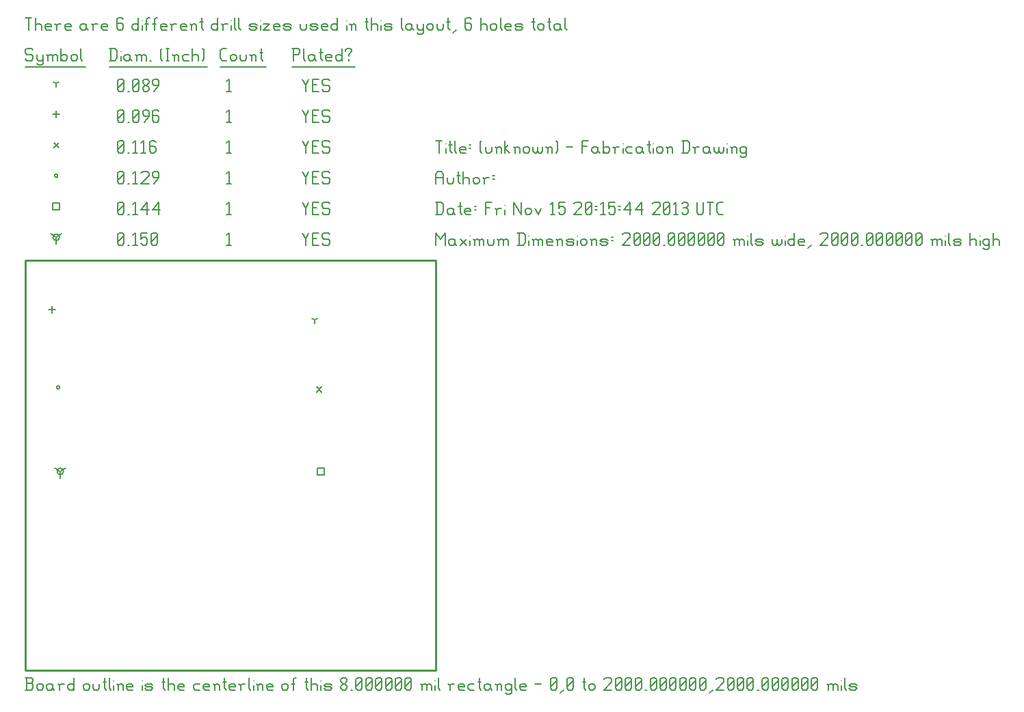
<source format=gbr>
G04 start of page 5 for group -3984 idx -3984 *
G04 Title: (unknown), fab *
G04 Creator: pcb 20110918 *
G04 CreationDate: Fri Nov 15 20:15:44 2013 UTC *
G04 For: fosse *
G04 Format: Gerber/RS-274X *
G04 PCB-Dimensions: 200000 200000 *
G04 PCB-Coordinate-Origin: lower left *
%MOIN*%
%FSLAX25Y25*%
%LNFAB*%
%ADD39C,0.0100*%
%ADD38C,0.0075*%
%ADD37C,0.0060*%
%ADD36C,0.0080*%
G54D36*X17000Y97000D02*Y93800D01*
Y97000D02*X19773Y98600D01*
X17000Y97000D02*X14227Y98600D01*
X15400Y97000D02*G75*G03X18600Y97000I1600J0D01*G01*
G75*G03X15400Y97000I-1600J0D01*G01*
X15000Y211250D02*Y208050D01*
Y211250D02*X17773Y212850D01*
X15000Y211250D02*X12227Y212850D01*
X13400Y211250D02*G75*G03X16600Y211250I1600J0D01*G01*
G75*G03X13400Y211250I-1600J0D01*G01*
G54D37*X135000Y213500D02*X136500Y210500D01*
X138000Y213500D01*
X136500Y210500D02*Y207500D01*
X139800Y210800D02*X142050D01*
X139800Y207500D02*X142800D01*
X139800Y213500D02*Y207500D01*
Y213500D02*X142800D01*
X147600D02*X148350Y212750D01*
X145350Y213500D02*X147600D01*
X144600Y212750D02*X145350Y213500D01*
X144600Y212750D02*Y211250D01*
X145350Y210500D01*
X147600D01*
X148350Y209750D01*
Y208250D01*
X147600Y207500D02*X148350Y208250D01*
X145350Y207500D02*X147600D01*
X144600Y208250D02*X145350Y207500D01*
X98000Y212300D02*X99200Y213500D01*
Y207500D01*
X98000D02*X100250D01*
X45000Y208250D02*X45750Y207500D01*
X45000Y212750D02*Y208250D01*
Y212750D02*X45750Y213500D01*
X47250D01*
X48000Y212750D01*
Y208250D01*
X47250Y207500D02*X48000Y208250D01*
X45750Y207500D02*X47250D01*
X45000Y209000D02*X48000Y212000D01*
X49800Y207500D02*X50550D01*
X52350Y212300D02*X53550Y213500D01*
Y207500D01*
X52350D02*X54600D01*
X56400Y213500D02*X59400D01*
X56400D02*Y210500D01*
X57150Y211250D01*
X58650D01*
X59400Y210500D01*
Y208250D01*
X58650Y207500D02*X59400Y208250D01*
X57150Y207500D02*X58650D01*
X56400Y208250D02*X57150Y207500D01*
X61200Y208250D02*X61950Y207500D01*
X61200Y212750D02*Y208250D01*
Y212750D02*X61950Y213500D01*
X63450D01*
X64200Y212750D01*
Y208250D01*
X63450Y207500D02*X64200Y208250D01*
X61950Y207500D02*X63450D01*
X61200Y209000D02*X64200Y212000D01*
X142400Y98600D02*X145600D01*
X142400D02*Y95400D01*
X145600D01*
Y98600D02*Y95400D01*
X13400Y227850D02*X16600D01*
X13400D02*Y224650D01*
X16600D01*
Y227850D02*Y224650D01*
X135000Y228500D02*X136500Y225500D01*
X138000Y228500D01*
X136500Y225500D02*Y222500D01*
X139800Y225800D02*X142050D01*
X139800Y222500D02*X142800D01*
X139800Y228500D02*Y222500D01*
Y228500D02*X142800D01*
X147600D02*X148350Y227750D01*
X145350Y228500D02*X147600D01*
X144600Y227750D02*X145350Y228500D01*
X144600Y227750D02*Y226250D01*
X145350Y225500D01*
X147600D01*
X148350Y224750D01*
Y223250D01*
X147600Y222500D02*X148350Y223250D01*
X145350Y222500D02*X147600D01*
X144600Y223250D02*X145350Y222500D01*
X98000Y227300D02*X99200Y228500D01*
Y222500D01*
X98000D02*X100250D01*
X45000Y223250D02*X45750Y222500D01*
X45000Y227750D02*Y223250D01*
Y227750D02*X45750Y228500D01*
X47250D01*
X48000Y227750D01*
Y223250D01*
X47250Y222500D02*X48000Y223250D01*
X45750Y222500D02*X47250D01*
X45000Y224000D02*X48000Y227000D01*
X49800Y222500D02*X50550D01*
X52350Y227300D02*X53550Y228500D01*
Y222500D01*
X52350D02*X54600D01*
X56400Y224750D02*X59400Y228500D01*
X56400Y224750D02*X60150D01*
X59400Y228500D02*Y222500D01*
X61950Y224750D02*X64950Y228500D01*
X61950Y224750D02*X65700D01*
X64950Y228500D02*Y222500D01*
X15200Y138000D02*G75*G03X16800Y138000I800J0D01*G01*
G75*G03X15200Y138000I-800J0D01*G01*
X14200Y241250D02*G75*G03X15800Y241250I800J0D01*G01*
G75*G03X14200Y241250I-800J0D01*G01*
X135000Y243500D02*X136500Y240500D01*
X138000Y243500D01*
X136500Y240500D02*Y237500D01*
X139800Y240800D02*X142050D01*
X139800Y237500D02*X142800D01*
X139800Y243500D02*Y237500D01*
Y243500D02*X142800D01*
X147600D02*X148350Y242750D01*
X145350Y243500D02*X147600D01*
X144600Y242750D02*X145350Y243500D01*
X144600Y242750D02*Y241250D01*
X145350Y240500D01*
X147600D01*
X148350Y239750D01*
Y238250D01*
X147600Y237500D02*X148350Y238250D01*
X145350Y237500D02*X147600D01*
X144600Y238250D02*X145350Y237500D01*
X98000Y242300D02*X99200Y243500D01*
Y237500D01*
X98000D02*X100250D01*
X45000Y238250D02*X45750Y237500D01*
X45000Y242750D02*Y238250D01*
Y242750D02*X45750Y243500D01*
X47250D01*
X48000Y242750D01*
Y238250D01*
X47250Y237500D02*X48000Y238250D01*
X45750Y237500D02*X47250D01*
X45000Y239000D02*X48000Y242000D01*
X49800Y237500D02*X50550D01*
X52350Y242300D02*X53550Y243500D01*
Y237500D01*
X52350D02*X54600D01*
X56400Y242750D02*X57150Y243500D01*
X59400D01*
X60150Y242750D01*
Y241250D01*
X56400Y237500D02*X60150Y241250D01*
X56400Y237500D02*X60150D01*
X62700D02*X64950Y240500D01*
Y242750D02*Y240500D01*
X64200Y243500D02*X64950Y242750D01*
X62700Y243500D02*X64200D01*
X61950Y242750D02*X62700Y243500D01*
X61950Y242750D02*Y241250D01*
X62700Y240500D01*
X64950D01*
X141800Y138200D02*X144200Y135800D01*
X141800D02*X144200Y138200D01*
X13800Y257450D02*X16200Y255050D01*
X13800D02*X16200Y257450D01*
X135000Y258500D02*X136500Y255500D01*
X138000Y258500D01*
X136500Y255500D02*Y252500D01*
X139800Y255800D02*X142050D01*
X139800Y252500D02*X142800D01*
X139800Y258500D02*Y252500D01*
Y258500D02*X142800D01*
X147600D02*X148350Y257750D01*
X145350Y258500D02*X147600D01*
X144600Y257750D02*X145350Y258500D01*
X144600Y257750D02*Y256250D01*
X145350Y255500D01*
X147600D01*
X148350Y254750D01*
Y253250D01*
X147600Y252500D02*X148350Y253250D01*
X145350Y252500D02*X147600D01*
X144600Y253250D02*X145350Y252500D01*
X98000Y257300D02*X99200Y258500D01*
Y252500D01*
X98000D02*X100250D01*
X45000Y253250D02*X45750Y252500D01*
X45000Y257750D02*Y253250D01*
Y257750D02*X45750Y258500D01*
X47250D01*
X48000Y257750D01*
Y253250D01*
X47250Y252500D02*X48000Y253250D01*
X45750Y252500D02*X47250D01*
X45000Y254000D02*X48000Y257000D01*
X49800Y252500D02*X50550D01*
X52350Y257300D02*X53550Y258500D01*
Y252500D01*
X52350D02*X54600D01*
X56400Y257300D02*X57600Y258500D01*
Y252500D01*
X56400D02*X58650D01*
X62700Y258500D02*X63450Y257750D01*
X61200Y258500D02*X62700D01*
X60450Y257750D02*X61200Y258500D01*
X60450Y257750D02*Y253250D01*
X61200Y252500D01*
X62700Y255800D02*X63450Y255050D01*
X60450Y255800D02*X62700D01*
X61200Y252500D02*X62700D01*
X63450Y253250D01*
Y255050D02*Y253250D01*
X13000Y177600D02*Y174400D01*
X11400Y176000D02*X14600D01*
X15000Y272850D02*Y269650D01*
X13400Y271250D02*X16600D01*
X135000Y273500D02*X136500Y270500D01*
X138000Y273500D01*
X136500Y270500D02*Y267500D01*
X139800Y270800D02*X142050D01*
X139800Y267500D02*X142800D01*
X139800Y273500D02*Y267500D01*
Y273500D02*X142800D01*
X147600D02*X148350Y272750D01*
X145350Y273500D02*X147600D01*
X144600Y272750D02*X145350Y273500D01*
X144600Y272750D02*Y271250D01*
X145350Y270500D01*
X147600D01*
X148350Y269750D01*
Y268250D01*
X147600Y267500D02*X148350Y268250D01*
X145350Y267500D02*X147600D01*
X144600Y268250D02*X145350Y267500D01*
X98000Y272300D02*X99200Y273500D01*
Y267500D01*
X98000D02*X100250D01*
X45000Y268250D02*X45750Y267500D01*
X45000Y272750D02*Y268250D01*
Y272750D02*X45750Y273500D01*
X47250D01*
X48000Y272750D01*
Y268250D01*
X47250Y267500D02*X48000Y268250D01*
X45750Y267500D02*X47250D01*
X45000Y269000D02*X48000Y272000D01*
X49800Y267500D02*X50550D01*
X52350Y268250D02*X53100Y267500D01*
X52350Y272750D02*Y268250D01*
Y272750D02*X53100Y273500D01*
X54600D01*
X55350Y272750D01*
Y268250D01*
X54600Y267500D02*X55350Y268250D01*
X53100Y267500D02*X54600D01*
X52350Y269000D02*X55350Y272000D01*
X57900Y267500D02*X60150Y270500D01*
Y272750D02*Y270500D01*
X59400Y273500D02*X60150Y272750D01*
X57900Y273500D02*X59400D01*
X57150Y272750D02*X57900Y273500D01*
X57150Y272750D02*Y271250D01*
X57900Y270500D01*
X60150D01*
X64200Y273500D02*X64950Y272750D01*
X62700Y273500D02*X64200D01*
X61950Y272750D02*X62700Y273500D01*
X61950Y272750D02*Y268250D01*
X62700Y267500D01*
X64200Y270800D02*X64950Y270050D01*
X61950Y270800D02*X64200D01*
X62700Y267500D02*X64200D01*
X64950Y268250D01*
Y270050D02*Y268250D01*
X141000Y171000D02*Y169400D01*
Y171000D02*X142387Y171800D01*
X141000Y171000D02*X139613Y171800D01*
X15000Y286250D02*Y284650D01*
Y286250D02*X16387Y287050D01*
X15000Y286250D02*X13613Y287050D01*
X135000Y288500D02*X136500Y285500D01*
X138000Y288500D01*
X136500Y285500D02*Y282500D01*
X139800Y285800D02*X142050D01*
X139800Y282500D02*X142800D01*
X139800Y288500D02*Y282500D01*
Y288500D02*X142800D01*
X147600D02*X148350Y287750D01*
X145350Y288500D02*X147600D01*
X144600Y287750D02*X145350Y288500D01*
X144600Y287750D02*Y286250D01*
X145350Y285500D01*
X147600D01*
X148350Y284750D01*
Y283250D01*
X147600Y282500D02*X148350Y283250D01*
X145350Y282500D02*X147600D01*
X144600Y283250D02*X145350Y282500D01*
X98000Y287300D02*X99200Y288500D01*
Y282500D01*
X98000D02*X100250D01*
X45000Y283250D02*X45750Y282500D01*
X45000Y287750D02*Y283250D01*
Y287750D02*X45750Y288500D01*
X47250D01*
X48000Y287750D01*
Y283250D01*
X47250Y282500D02*X48000Y283250D01*
X45750Y282500D02*X47250D01*
X45000Y284000D02*X48000Y287000D01*
X49800Y282500D02*X50550D01*
X52350Y283250D02*X53100Y282500D01*
X52350Y287750D02*Y283250D01*
Y287750D02*X53100Y288500D01*
X54600D01*
X55350Y287750D01*
Y283250D01*
X54600Y282500D02*X55350Y283250D01*
X53100Y282500D02*X54600D01*
X52350Y284000D02*X55350Y287000D01*
X57150Y283250D02*X57900Y282500D01*
X57150Y284450D02*Y283250D01*
Y284450D02*X58200Y285500D01*
X59100D01*
X60150Y284450D01*
Y283250D01*
X59400Y282500D02*X60150Y283250D01*
X57900Y282500D02*X59400D01*
X57150Y286550D02*X58200Y285500D01*
X57150Y287750D02*Y286550D01*
Y287750D02*X57900Y288500D01*
X59400D01*
X60150Y287750D01*
Y286550D01*
X59100Y285500D02*X60150Y286550D01*
X62700Y282500D02*X64950Y285500D01*
Y287750D02*Y285500D01*
X64200Y288500D02*X64950Y287750D01*
X62700Y288500D02*X64200D01*
X61950Y287750D02*X62700Y288500D01*
X61950Y287750D02*Y286250D01*
X62700Y285500D01*
X64950D01*
X3000Y303500D02*X3750Y302750D01*
X750Y303500D02*X3000D01*
X0Y302750D02*X750Y303500D01*
X0Y302750D02*Y301250D01*
X750Y300500D01*
X3000D01*
X3750Y299750D01*
Y298250D01*
X3000Y297500D02*X3750Y298250D01*
X750Y297500D02*X3000D01*
X0Y298250D02*X750Y297500D01*
X5550Y300500D02*Y298250D01*
X6300Y297500D01*
X8550Y300500D02*Y296000D01*
X7800Y295250D02*X8550Y296000D01*
X6300Y295250D02*X7800D01*
X5550Y296000D02*X6300Y295250D01*
Y297500D02*X7800D01*
X8550Y298250D01*
X11100Y299750D02*Y297500D01*
Y299750D02*X11850Y300500D01*
X12600D01*
X13350Y299750D01*
Y297500D01*
Y299750D02*X14100Y300500D01*
X14850D01*
X15600Y299750D01*
Y297500D01*
X10350Y300500D02*X11100Y299750D01*
X17400Y303500D02*Y297500D01*
Y298250D02*X18150Y297500D01*
X19650D01*
X20400Y298250D01*
Y299750D02*Y298250D01*
X19650Y300500D02*X20400Y299750D01*
X18150Y300500D02*X19650D01*
X17400Y299750D02*X18150Y300500D01*
X22200Y299750D02*Y298250D01*
Y299750D02*X22950Y300500D01*
X24450D01*
X25200Y299750D01*
Y298250D01*
X24450Y297500D02*X25200Y298250D01*
X22950Y297500D02*X24450D01*
X22200Y298250D02*X22950Y297500D01*
X27000Y303500D02*Y298250D01*
X27750Y297500D01*
X0Y294250D02*X29250D01*
X41750Y303500D02*Y297500D01*
X43700Y303500D02*X44750Y302450D01*
Y298550D01*
X43700Y297500D02*X44750Y298550D01*
X41000Y297500D02*X43700D01*
X41000Y303500D02*X43700D01*
G54D38*X46550Y302000D02*Y301850D01*
G54D37*Y299750D02*Y297500D01*
X50300Y300500D02*X51050Y299750D01*
X48800Y300500D02*X50300D01*
X48050Y299750D02*X48800Y300500D01*
X48050Y299750D02*Y298250D01*
X48800Y297500D01*
X51050Y300500D02*Y298250D01*
X51800Y297500D01*
X48800D02*X50300D01*
X51050Y298250D01*
X54350Y299750D02*Y297500D01*
Y299750D02*X55100Y300500D01*
X55850D01*
X56600Y299750D01*
Y297500D01*
Y299750D02*X57350Y300500D01*
X58100D01*
X58850Y299750D01*
Y297500D01*
X53600Y300500D02*X54350Y299750D01*
X60650Y297500D02*X61400D01*
X65900Y298250D02*X66650Y297500D01*
X65900Y302750D02*X66650Y303500D01*
X65900Y302750D02*Y298250D01*
X68450Y303500D02*X69950D01*
X69200D02*Y297500D01*
X68450D02*X69950D01*
X72500Y299750D02*Y297500D01*
Y299750D02*X73250Y300500D01*
X74000D01*
X74750Y299750D01*
Y297500D01*
X71750Y300500D02*X72500Y299750D01*
X77300Y300500D02*X79550D01*
X76550Y299750D02*X77300Y300500D01*
X76550Y299750D02*Y298250D01*
X77300Y297500D01*
X79550D01*
X81350Y303500D02*Y297500D01*
Y299750D02*X82100Y300500D01*
X83600D01*
X84350Y299750D01*
Y297500D01*
X86150Y303500D02*X86900Y302750D01*
Y298250D01*
X86150Y297500D02*X86900Y298250D01*
X41000Y294250D02*X88700D01*
X96050Y297500D02*X98000D01*
X95000Y298550D02*X96050Y297500D01*
X95000Y302450D02*Y298550D01*
Y302450D02*X96050Y303500D01*
X98000D01*
X99800Y299750D02*Y298250D01*
Y299750D02*X100550Y300500D01*
X102050D01*
X102800Y299750D01*
Y298250D01*
X102050Y297500D02*X102800Y298250D01*
X100550Y297500D02*X102050D01*
X99800Y298250D02*X100550Y297500D01*
X104600Y300500D02*Y298250D01*
X105350Y297500D01*
X106850D01*
X107600Y298250D01*
Y300500D02*Y298250D01*
X110150Y299750D02*Y297500D01*
Y299750D02*X110900Y300500D01*
X111650D01*
X112400Y299750D01*
Y297500D01*
X109400Y300500D02*X110150Y299750D01*
X114950Y303500D02*Y298250D01*
X115700Y297500D01*
X114200Y301250D02*X115700D01*
X95000Y294250D02*X117200D01*
X130750Y303500D02*Y297500D01*
X130000Y303500D02*X133000D01*
X133750Y302750D01*
Y301250D01*
X133000Y300500D02*X133750Y301250D01*
X130750Y300500D02*X133000D01*
X135550Y303500D02*Y298250D01*
X136300Y297500D01*
X140050Y300500D02*X140800Y299750D01*
X138550Y300500D02*X140050D01*
X137800Y299750D02*X138550Y300500D01*
X137800Y299750D02*Y298250D01*
X138550Y297500D01*
X140800Y300500D02*Y298250D01*
X141550Y297500D01*
X138550D02*X140050D01*
X140800Y298250D01*
X144100Y303500D02*Y298250D01*
X144850Y297500D01*
X143350Y301250D02*X144850D01*
X147100Y297500D02*X149350D01*
X146350Y298250D02*X147100Y297500D01*
X146350Y299750D02*Y298250D01*
Y299750D02*X147100Y300500D01*
X148600D01*
X149350Y299750D01*
X146350Y299000D02*X149350D01*
Y299750D02*Y299000D01*
X154150Y303500D02*Y297500D01*
X153400D02*X154150Y298250D01*
X151900Y297500D02*X153400D01*
X151150Y298250D02*X151900Y297500D01*
X151150Y299750D02*Y298250D01*
Y299750D02*X151900Y300500D01*
X153400D01*
X154150Y299750D01*
X157450Y300500D02*Y299750D01*
Y298250D02*Y297500D01*
X155950Y302750D02*Y302000D01*
Y302750D02*X156700Y303500D01*
X158200D01*
X158950Y302750D01*
Y302000D01*
X157450Y300500D02*X158950Y302000D01*
X130000Y294250D02*X160750D01*
X0Y318500D02*X3000D01*
X1500D02*Y312500D01*
X4800Y318500D02*Y312500D01*
Y314750D02*X5550Y315500D01*
X7050D01*
X7800Y314750D01*
Y312500D01*
X10350D02*X12600D01*
X9600Y313250D02*X10350Y312500D01*
X9600Y314750D02*Y313250D01*
Y314750D02*X10350Y315500D01*
X11850D01*
X12600Y314750D01*
X9600Y314000D02*X12600D01*
Y314750D02*Y314000D01*
X15150Y314750D02*Y312500D01*
Y314750D02*X15900Y315500D01*
X17400D01*
X14400D02*X15150Y314750D01*
X19950Y312500D02*X22200D01*
X19200Y313250D02*X19950Y312500D01*
X19200Y314750D02*Y313250D01*
Y314750D02*X19950Y315500D01*
X21450D01*
X22200Y314750D01*
X19200Y314000D02*X22200D01*
Y314750D02*Y314000D01*
X28950Y315500D02*X29700Y314750D01*
X27450Y315500D02*X28950D01*
X26700Y314750D02*X27450Y315500D01*
X26700Y314750D02*Y313250D01*
X27450Y312500D01*
X29700Y315500D02*Y313250D01*
X30450Y312500D01*
X27450D02*X28950D01*
X29700Y313250D01*
X33000Y314750D02*Y312500D01*
Y314750D02*X33750Y315500D01*
X35250D01*
X32250D02*X33000Y314750D01*
X37800Y312500D02*X40050D01*
X37050Y313250D02*X37800Y312500D01*
X37050Y314750D02*Y313250D01*
Y314750D02*X37800Y315500D01*
X39300D01*
X40050Y314750D01*
X37050Y314000D02*X40050D01*
Y314750D02*Y314000D01*
X46800Y318500D02*X47550Y317750D01*
X45300Y318500D02*X46800D01*
X44550Y317750D02*X45300Y318500D01*
X44550Y317750D02*Y313250D01*
X45300Y312500D01*
X46800Y315800D02*X47550Y315050D01*
X44550Y315800D02*X46800D01*
X45300Y312500D02*X46800D01*
X47550Y313250D01*
Y315050D02*Y313250D01*
X55050Y318500D02*Y312500D01*
X54300D02*X55050Y313250D01*
X52800Y312500D02*X54300D01*
X52050Y313250D02*X52800Y312500D01*
X52050Y314750D02*Y313250D01*
Y314750D02*X52800Y315500D01*
X54300D01*
X55050Y314750D01*
G54D38*X56850Y317000D02*Y316850D01*
G54D37*Y314750D02*Y312500D01*
X59100Y317750D02*Y312500D01*
Y317750D02*X59850Y318500D01*
X60600D01*
X58350Y315500D02*X59850D01*
X62850Y317750D02*Y312500D01*
Y317750D02*X63600Y318500D01*
X64350D01*
X62100Y315500D02*X63600D01*
X66600Y312500D02*X68850D01*
X65850Y313250D02*X66600Y312500D01*
X65850Y314750D02*Y313250D01*
Y314750D02*X66600Y315500D01*
X68100D01*
X68850Y314750D01*
X65850Y314000D02*X68850D01*
Y314750D02*Y314000D01*
X71400Y314750D02*Y312500D01*
Y314750D02*X72150Y315500D01*
X73650D01*
X70650D02*X71400Y314750D01*
X76200Y312500D02*X78450D01*
X75450Y313250D02*X76200Y312500D01*
X75450Y314750D02*Y313250D01*
Y314750D02*X76200Y315500D01*
X77700D01*
X78450Y314750D01*
X75450Y314000D02*X78450D01*
Y314750D02*Y314000D01*
X81000Y314750D02*Y312500D01*
Y314750D02*X81750Y315500D01*
X82500D01*
X83250Y314750D01*
Y312500D01*
X80250Y315500D02*X81000Y314750D01*
X85800Y318500D02*Y313250D01*
X86550Y312500D01*
X85050Y316250D02*X86550D01*
X93750Y318500D02*Y312500D01*
X93000D02*X93750Y313250D01*
X91500Y312500D02*X93000D01*
X90750Y313250D02*X91500Y312500D01*
X90750Y314750D02*Y313250D01*
Y314750D02*X91500Y315500D01*
X93000D01*
X93750Y314750D01*
X96300D02*Y312500D01*
Y314750D02*X97050Y315500D01*
X98550D01*
X95550D02*X96300Y314750D01*
G54D38*X100350Y317000D02*Y316850D01*
G54D37*Y314750D02*Y312500D01*
X101850Y318500D02*Y313250D01*
X102600Y312500D01*
X104100Y318500D02*Y313250D01*
X104850Y312500D01*
X109800D02*X112050D01*
X112800Y313250D01*
X112050Y314000D02*X112800Y313250D01*
X109800Y314000D02*X112050D01*
X109050Y314750D02*X109800Y314000D01*
X109050Y314750D02*X109800Y315500D01*
X112050D01*
X112800Y314750D01*
X109050Y313250D02*X109800Y312500D01*
G54D38*X114600Y317000D02*Y316850D01*
G54D37*Y314750D02*Y312500D01*
X116100Y315500D02*X119100D01*
X116100Y312500D02*X119100Y315500D01*
X116100Y312500D02*X119100D01*
X121650D02*X123900D01*
X120900Y313250D02*X121650Y312500D01*
X120900Y314750D02*Y313250D01*
Y314750D02*X121650Y315500D01*
X123150D01*
X123900Y314750D01*
X120900Y314000D02*X123900D01*
Y314750D02*Y314000D01*
X126450Y312500D02*X128700D01*
X129450Y313250D01*
X128700Y314000D02*X129450Y313250D01*
X126450Y314000D02*X128700D01*
X125700Y314750D02*X126450Y314000D01*
X125700Y314750D02*X126450Y315500D01*
X128700D01*
X129450Y314750D01*
X125700Y313250D02*X126450Y312500D01*
X133950Y315500D02*Y313250D01*
X134700Y312500D01*
X136200D01*
X136950Y313250D01*
Y315500D02*Y313250D01*
X139500Y312500D02*X141750D01*
X142500Y313250D01*
X141750Y314000D02*X142500Y313250D01*
X139500Y314000D02*X141750D01*
X138750Y314750D02*X139500Y314000D01*
X138750Y314750D02*X139500Y315500D01*
X141750D01*
X142500Y314750D01*
X138750Y313250D02*X139500Y312500D01*
X145050D02*X147300D01*
X144300Y313250D02*X145050Y312500D01*
X144300Y314750D02*Y313250D01*
Y314750D02*X145050Y315500D01*
X146550D01*
X147300Y314750D01*
X144300Y314000D02*X147300D01*
Y314750D02*Y314000D01*
X152100Y318500D02*Y312500D01*
X151350D02*X152100Y313250D01*
X149850Y312500D02*X151350D01*
X149100Y313250D02*X149850Y312500D01*
X149100Y314750D02*Y313250D01*
Y314750D02*X149850Y315500D01*
X151350D01*
X152100Y314750D01*
G54D38*X156600Y317000D02*Y316850D01*
G54D37*Y314750D02*Y312500D01*
X158850Y314750D02*Y312500D01*
Y314750D02*X159600Y315500D01*
X160350D01*
X161100Y314750D01*
Y312500D01*
X158100Y315500D02*X158850Y314750D01*
X166350Y318500D02*Y313250D01*
X167100Y312500D01*
X165600Y316250D02*X167100D01*
X168600Y318500D02*Y312500D01*
Y314750D02*X169350Y315500D01*
X170850D01*
X171600Y314750D01*
Y312500D01*
G54D38*X173400Y317000D02*Y316850D01*
G54D37*Y314750D02*Y312500D01*
X175650D02*X177900D01*
X178650Y313250D01*
X177900Y314000D02*X178650Y313250D01*
X175650Y314000D02*X177900D01*
X174900Y314750D02*X175650Y314000D01*
X174900Y314750D02*X175650Y315500D01*
X177900D01*
X178650Y314750D01*
X174900Y313250D02*X175650Y312500D01*
X183150Y318500D02*Y313250D01*
X183900Y312500D01*
X187650Y315500D02*X188400Y314750D01*
X186150Y315500D02*X187650D01*
X185400Y314750D02*X186150Y315500D01*
X185400Y314750D02*Y313250D01*
X186150Y312500D01*
X188400Y315500D02*Y313250D01*
X189150Y312500D01*
X186150D02*X187650D01*
X188400Y313250D01*
X190950Y315500D02*Y313250D01*
X191700Y312500D01*
X193950Y315500D02*Y311000D01*
X193200Y310250D02*X193950Y311000D01*
X191700Y310250D02*X193200D01*
X190950Y311000D02*X191700Y310250D01*
Y312500D02*X193200D01*
X193950Y313250D01*
X195750Y314750D02*Y313250D01*
Y314750D02*X196500Y315500D01*
X198000D01*
X198750Y314750D01*
Y313250D01*
X198000Y312500D02*X198750Y313250D01*
X196500Y312500D02*X198000D01*
X195750Y313250D02*X196500Y312500D01*
X200550Y315500D02*Y313250D01*
X201300Y312500D01*
X202800D01*
X203550Y313250D01*
Y315500D02*Y313250D01*
X206100Y318500D02*Y313250D01*
X206850Y312500D01*
X205350Y316250D02*X206850D01*
X208350Y311000D02*X209850Y312500D01*
X216600Y318500D02*X217350Y317750D01*
X215100Y318500D02*X216600D01*
X214350Y317750D02*X215100Y318500D01*
X214350Y317750D02*Y313250D01*
X215100Y312500D01*
X216600Y315800D02*X217350Y315050D01*
X214350Y315800D02*X216600D01*
X215100Y312500D02*X216600D01*
X217350Y313250D01*
Y315050D02*Y313250D01*
X221850Y318500D02*Y312500D01*
Y314750D02*X222600Y315500D01*
X224100D01*
X224850Y314750D01*
Y312500D01*
X226650Y314750D02*Y313250D01*
Y314750D02*X227400Y315500D01*
X228900D01*
X229650Y314750D01*
Y313250D01*
X228900Y312500D02*X229650Y313250D01*
X227400Y312500D02*X228900D01*
X226650Y313250D02*X227400Y312500D01*
X231450Y318500D02*Y313250D01*
X232200Y312500D01*
X234450D02*X236700D01*
X233700Y313250D02*X234450Y312500D01*
X233700Y314750D02*Y313250D01*
Y314750D02*X234450Y315500D01*
X235950D01*
X236700Y314750D01*
X233700Y314000D02*X236700D01*
Y314750D02*Y314000D01*
X239250Y312500D02*X241500D01*
X242250Y313250D01*
X241500Y314000D02*X242250Y313250D01*
X239250Y314000D02*X241500D01*
X238500Y314750D02*X239250Y314000D01*
X238500Y314750D02*X239250Y315500D01*
X241500D01*
X242250Y314750D01*
X238500Y313250D02*X239250Y312500D01*
X247500Y318500D02*Y313250D01*
X248250Y312500D01*
X246750Y316250D02*X248250D01*
X249750Y314750D02*Y313250D01*
Y314750D02*X250500Y315500D01*
X252000D01*
X252750Y314750D01*
Y313250D01*
X252000Y312500D02*X252750Y313250D01*
X250500Y312500D02*X252000D01*
X249750Y313250D02*X250500Y312500D01*
X255300Y318500D02*Y313250D01*
X256050Y312500D01*
X254550Y316250D02*X256050D01*
X259800Y315500D02*X260550Y314750D01*
X258300Y315500D02*X259800D01*
X257550Y314750D02*X258300Y315500D01*
X257550Y314750D02*Y313250D01*
X258300Y312500D01*
X260550Y315500D02*Y313250D01*
X261300Y312500D01*
X258300D02*X259800D01*
X260550Y313250D01*
X263100Y318500D02*Y313250D01*
X263850Y312500D01*
G54D39*X0Y200000D02*X200000D01*
X0D02*Y0D01*
X200000Y200000D02*Y0D01*
X0D02*X200000D01*
G54D37*Y213500D02*Y207500D01*
Y213500D02*X202250Y210500D01*
X204500Y213500D01*
Y207500D01*
X208550Y210500D02*X209300Y209750D01*
X207050Y210500D02*X208550D01*
X206300Y209750D02*X207050Y210500D01*
X206300Y209750D02*Y208250D01*
X207050Y207500D01*
X209300Y210500D02*Y208250D01*
X210050Y207500D01*
X207050D02*X208550D01*
X209300Y208250D01*
X211850Y210500D02*X214850Y207500D01*
X211850D02*X214850Y210500D01*
G54D38*X216650Y212000D02*Y211850D01*
G54D37*Y209750D02*Y207500D01*
X218900Y209750D02*Y207500D01*
Y209750D02*X219650Y210500D01*
X220400D01*
X221150Y209750D01*
Y207500D01*
Y209750D02*X221900Y210500D01*
X222650D01*
X223400Y209750D01*
Y207500D01*
X218150Y210500D02*X218900Y209750D01*
X225200Y210500D02*Y208250D01*
X225950Y207500D01*
X227450D01*
X228200Y208250D01*
Y210500D02*Y208250D01*
X230750Y209750D02*Y207500D01*
Y209750D02*X231500Y210500D01*
X232250D01*
X233000Y209750D01*
Y207500D01*
Y209750D02*X233750Y210500D01*
X234500D01*
X235250Y209750D01*
Y207500D01*
X230000Y210500D02*X230750Y209750D01*
X240500Y213500D02*Y207500D01*
X242450Y213500D02*X243500Y212450D01*
Y208550D01*
X242450Y207500D02*X243500Y208550D01*
X239750Y207500D02*X242450D01*
X239750Y213500D02*X242450D01*
G54D38*X245300Y212000D02*Y211850D01*
G54D37*Y209750D02*Y207500D01*
X247550Y209750D02*Y207500D01*
Y209750D02*X248300Y210500D01*
X249050D01*
X249800Y209750D01*
Y207500D01*
Y209750D02*X250550Y210500D01*
X251300D01*
X252050Y209750D01*
Y207500D01*
X246800Y210500D02*X247550Y209750D01*
X254600Y207500D02*X256850D01*
X253850Y208250D02*X254600Y207500D01*
X253850Y209750D02*Y208250D01*
Y209750D02*X254600Y210500D01*
X256100D01*
X256850Y209750D01*
X253850Y209000D02*X256850D01*
Y209750D02*Y209000D01*
X259400Y209750D02*Y207500D01*
Y209750D02*X260150Y210500D01*
X260900D01*
X261650Y209750D01*
Y207500D01*
X258650Y210500D02*X259400Y209750D01*
X264200Y207500D02*X266450D01*
X267200Y208250D01*
X266450Y209000D02*X267200Y208250D01*
X264200Y209000D02*X266450D01*
X263450Y209750D02*X264200Y209000D01*
X263450Y209750D02*X264200Y210500D01*
X266450D01*
X267200Y209750D01*
X263450Y208250D02*X264200Y207500D01*
G54D38*X269000Y212000D02*Y211850D01*
G54D37*Y209750D02*Y207500D01*
X270500Y209750D02*Y208250D01*
Y209750D02*X271250Y210500D01*
X272750D01*
X273500Y209750D01*
Y208250D01*
X272750Y207500D02*X273500Y208250D01*
X271250Y207500D02*X272750D01*
X270500Y208250D02*X271250Y207500D01*
X276050Y209750D02*Y207500D01*
Y209750D02*X276800Y210500D01*
X277550D01*
X278300Y209750D01*
Y207500D01*
X275300Y210500D02*X276050Y209750D01*
X280850Y207500D02*X283100D01*
X283850Y208250D01*
X283100Y209000D02*X283850Y208250D01*
X280850Y209000D02*X283100D01*
X280100Y209750D02*X280850Y209000D01*
X280100Y209750D02*X280850Y210500D01*
X283100D01*
X283850Y209750D01*
X280100Y208250D02*X280850Y207500D01*
X285650Y211250D02*X286400D01*
X285650Y209750D02*X286400D01*
X290900Y212750D02*X291650Y213500D01*
X293900D01*
X294650Y212750D01*
Y211250D01*
X290900Y207500D02*X294650Y211250D01*
X290900Y207500D02*X294650D01*
X296450Y208250D02*X297200Y207500D01*
X296450Y212750D02*Y208250D01*
Y212750D02*X297200Y213500D01*
X298700D01*
X299450Y212750D01*
Y208250D01*
X298700Y207500D02*X299450Y208250D01*
X297200Y207500D02*X298700D01*
X296450Y209000D02*X299450Y212000D01*
X301250Y208250D02*X302000Y207500D01*
X301250Y212750D02*Y208250D01*
Y212750D02*X302000Y213500D01*
X303500D01*
X304250Y212750D01*
Y208250D01*
X303500Y207500D02*X304250Y208250D01*
X302000Y207500D02*X303500D01*
X301250Y209000D02*X304250Y212000D01*
X306050Y208250D02*X306800Y207500D01*
X306050Y212750D02*Y208250D01*
Y212750D02*X306800Y213500D01*
X308300D01*
X309050Y212750D01*
Y208250D01*
X308300Y207500D02*X309050Y208250D01*
X306800Y207500D02*X308300D01*
X306050Y209000D02*X309050Y212000D01*
X310850Y207500D02*X311600D01*
X313400Y208250D02*X314150Y207500D01*
X313400Y212750D02*Y208250D01*
Y212750D02*X314150Y213500D01*
X315650D01*
X316400Y212750D01*
Y208250D01*
X315650Y207500D02*X316400Y208250D01*
X314150Y207500D02*X315650D01*
X313400Y209000D02*X316400Y212000D01*
X318200Y208250D02*X318950Y207500D01*
X318200Y212750D02*Y208250D01*
Y212750D02*X318950Y213500D01*
X320450D01*
X321200Y212750D01*
Y208250D01*
X320450Y207500D02*X321200Y208250D01*
X318950Y207500D02*X320450D01*
X318200Y209000D02*X321200Y212000D01*
X323000Y208250D02*X323750Y207500D01*
X323000Y212750D02*Y208250D01*
Y212750D02*X323750Y213500D01*
X325250D01*
X326000Y212750D01*
Y208250D01*
X325250Y207500D02*X326000Y208250D01*
X323750Y207500D02*X325250D01*
X323000Y209000D02*X326000Y212000D01*
X327800Y208250D02*X328550Y207500D01*
X327800Y212750D02*Y208250D01*
Y212750D02*X328550Y213500D01*
X330050D01*
X330800Y212750D01*
Y208250D01*
X330050Y207500D02*X330800Y208250D01*
X328550Y207500D02*X330050D01*
X327800Y209000D02*X330800Y212000D01*
X332600Y208250D02*X333350Y207500D01*
X332600Y212750D02*Y208250D01*
Y212750D02*X333350Y213500D01*
X334850D01*
X335600Y212750D01*
Y208250D01*
X334850Y207500D02*X335600Y208250D01*
X333350Y207500D02*X334850D01*
X332600Y209000D02*X335600Y212000D01*
X337400Y208250D02*X338150Y207500D01*
X337400Y212750D02*Y208250D01*
Y212750D02*X338150Y213500D01*
X339650D01*
X340400Y212750D01*
Y208250D01*
X339650Y207500D02*X340400Y208250D01*
X338150Y207500D02*X339650D01*
X337400Y209000D02*X340400Y212000D01*
X345650Y209750D02*Y207500D01*
Y209750D02*X346400Y210500D01*
X347150D01*
X347900Y209750D01*
Y207500D01*
Y209750D02*X348650Y210500D01*
X349400D01*
X350150Y209750D01*
Y207500D01*
X344900Y210500D02*X345650Y209750D01*
G54D38*X351950Y212000D02*Y211850D01*
G54D37*Y209750D02*Y207500D01*
X353450Y213500D02*Y208250D01*
X354200Y207500D01*
X356450D02*X358700D01*
X359450Y208250D01*
X358700Y209000D02*X359450Y208250D01*
X356450Y209000D02*X358700D01*
X355700Y209750D02*X356450Y209000D01*
X355700Y209750D02*X356450Y210500D01*
X358700D01*
X359450Y209750D01*
X355700Y208250D02*X356450Y207500D01*
X363950Y210500D02*Y208250D01*
X364700Y207500D01*
X365450D01*
X366200Y208250D01*
Y210500D02*Y208250D01*
X366950Y207500D01*
X367700D01*
X368450Y208250D01*
Y210500D02*Y208250D01*
G54D38*X370250Y212000D02*Y211850D01*
G54D37*Y209750D02*Y207500D01*
X374750Y213500D02*Y207500D01*
X374000D02*X374750Y208250D01*
X372500Y207500D02*X374000D01*
X371750Y208250D02*X372500Y207500D01*
X371750Y209750D02*Y208250D01*
Y209750D02*X372500Y210500D01*
X374000D01*
X374750Y209750D01*
X377300Y207500D02*X379550D01*
X376550Y208250D02*X377300Y207500D01*
X376550Y209750D02*Y208250D01*
Y209750D02*X377300Y210500D01*
X378800D01*
X379550Y209750D01*
X376550Y209000D02*X379550D01*
Y209750D02*Y209000D01*
X381350Y206000D02*X382850Y207500D01*
X387350Y212750D02*X388100Y213500D01*
X390350D01*
X391100Y212750D01*
Y211250D01*
X387350Y207500D02*X391100Y211250D01*
X387350Y207500D02*X391100D01*
X392900Y208250D02*X393650Y207500D01*
X392900Y212750D02*Y208250D01*
Y212750D02*X393650Y213500D01*
X395150D01*
X395900Y212750D01*
Y208250D01*
X395150Y207500D02*X395900Y208250D01*
X393650Y207500D02*X395150D01*
X392900Y209000D02*X395900Y212000D01*
X397700Y208250D02*X398450Y207500D01*
X397700Y212750D02*Y208250D01*
Y212750D02*X398450Y213500D01*
X399950D01*
X400700Y212750D01*
Y208250D01*
X399950Y207500D02*X400700Y208250D01*
X398450Y207500D02*X399950D01*
X397700Y209000D02*X400700Y212000D01*
X402500Y208250D02*X403250Y207500D01*
X402500Y212750D02*Y208250D01*
Y212750D02*X403250Y213500D01*
X404750D01*
X405500Y212750D01*
Y208250D01*
X404750Y207500D02*X405500Y208250D01*
X403250Y207500D02*X404750D01*
X402500Y209000D02*X405500Y212000D01*
X407300Y207500D02*X408050D01*
X409850Y208250D02*X410600Y207500D01*
X409850Y212750D02*Y208250D01*
Y212750D02*X410600Y213500D01*
X412100D01*
X412850Y212750D01*
Y208250D01*
X412100Y207500D02*X412850Y208250D01*
X410600Y207500D02*X412100D01*
X409850Y209000D02*X412850Y212000D01*
X414650Y208250D02*X415400Y207500D01*
X414650Y212750D02*Y208250D01*
Y212750D02*X415400Y213500D01*
X416900D01*
X417650Y212750D01*
Y208250D01*
X416900Y207500D02*X417650Y208250D01*
X415400Y207500D02*X416900D01*
X414650Y209000D02*X417650Y212000D01*
X419450Y208250D02*X420200Y207500D01*
X419450Y212750D02*Y208250D01*
Y212750D02*X420200Y213500D01*
X421700D01*
X422450Y212750D01*
Y208250D01*
X421700Y207500D02*X422450Y208250D01*
X420200Y207500D02*X421700D01*
X419450Y209000D02*X422450Y212000D01*
X424250Y208250D02*X425000Y207500D01*
X424250Y212750D02*Y208250D01*
Y212750D02*X425000Y213500D01*
X426500D01*
X427250Y212750D01*
Y208250D01*
X426500Y207500D02*X427250Y208250D01*
X425000Y207500D02*X426500D01*
X424250Y209000D02*X427250Y212000D01*
X429050Y208250D02*X429800Y207500D01*
X429050Y212750D02*Y208250D01*
Y212750D02*X429800Y213500D01*
X431300D01*
X432050Y212750D01*
Y208250D01*
X431300Y207500D02*X432050Y208250D01*
X429800Y207500D02*X431300D01*
X429050Y209000D02*X432050Y212000D01*
X433850Y208250D02*X434600Y207500D01*
X433850Y212750D02*Y208250D01*
Y212750D02*X434600Y213500D01*
X436100D01*
X436850Y212750D01*
Y208250D01*
X436100Y207500D02*X436850Y208250D01*
X434600Y207500D02*X436100D01*
X433850Y209000D02*X436850Y212000D01*
X442100Y209750D02*Y207500D01*
Y209750D02*X442850Y210500D01*
X443600D01*
X444350Y209750D01*
Y207500D01*
Y209750D02*X445100Y210500D01*
X445850D01*
X446600Y209750D01*
Y207500D01*
X441350Y210500D02*X442100Y209750D01*
G54D38*X448400Y212000D02*Y211850D01*
G54D37*Y209750D02*Y207500D01*
X449900Y213500D02*Y208250D01*
X450650Y207500D01*
X452900D02*X455150D01*
X455900Y208250D01*
X455150Y209000D02*X455900Y208250D01*
X452900Y209000D02*X455150D01*
X452150Y209750D02*X452900Y209000D01*
X452150Y209750D02*X452900Y210500D01*
X455150D01*
X455900Y209750D01*
X452150Y208250D02*X452900Y207500D01*
X460400Y213500D02*Y207500D01*
Y209750D02*X461150Y210500D01*
X462650D01*
X463400Y209750D01*
Y207500D01*
G54D38*X465200Y212000D02*Y211850D01*
G54D37*Y209750D02*Y207500D01*
X468950Y210500D02*X469700Y209750D01*
X467450Y210500D02*X468950D01*
X466700Y209750D02*X467450Y210500D01*
X466700Y209750D02*Y208250D01*
X467450Y207500D01*
X468950D01*
X469700Y208250D01*
X466700Y206000D02*X467450Y205250D01*
X468950D01*
X469700Y206000D01*
Y210500D02*Y206000D01*
X471500Y213500D02*Y207500D01*
Y209750D02*X472250Y210500D01*
X473750D01*
X474500Y209750D01*
Y207500D01*
X0Y-9500D02*X3000D01*
X3750Y-8750D01*
Y-6950D02*Y-8750D01*
X3000Y-6200D02*X3750Y-6950D01*
X750Y-6200D02*X3000D01*
X750Y-3500D02*Y-9500D01*
X0Y-3500D02*X3000D01*
X3750Y-4250D01*
Y-5450D01*
X3000Y-6200D02*X3750Y-5450D01*
X5550Y-7250D02*Y-8750D01*
Y-7250D02*X6300Y-6500D01*
X7800D01*
X8550Y-7250D01*
Y-8750D01*
X7800Y-9500D02*X8550Y-8750D01*
X6300Y-9500D02*X7800D01*
X5550Y-8750D02*X6300Y-9500D01*
X12600Y-6500D02*X13350Y-7250D01*
X11100Y-6500D02*X12600D01*
X10350Y-7250D02*X11100Y-6500D01*
X10350Y-7250D02*Y-8750D01*
X11100Y-9500D01*
X13350Y-6500D02*Y-8750D01*
X14100Y-9500D01*
X11100D02*X12600D01*
X13350Y-8750D01*
X16650Y-7250D02*Y-9500D01*
Y-7250D02*X17400Y-6500D01*
X18900D01*
X15900D02*X16650Y-7250D01*
X23700Y-3500D02*Y-9500D01*
X22950D02*X23700Y-8750D01*
X21450Y-9500D02*X22950D01*
X20700Y-8750D02*X21450Y-9500D01*
X20700Y-7250D02*Y-8750D01*
Y-7250D02*X21450Y-6500D01*
X22950D01*
X23700Y-7250D01*
X28200D02*Y-8750D01*
Y-7250D02*X28950Y-6500D01*
X30450D01*
X31200Y-7250D01*
Y-8750D01*
X30450Y-9500D02*X31200Y-8750D01*
X28950Y-9500D02*X30450D01*
X28200Y-8750D02*X28950Y-9500D01*
X33000Y-6500D02*Y-8750D01*
X33750Y-9500D01*
X35250D01*
X36000Y-8750D01*
Y-6500D02*Y-8750D01*
X38550Y-3500D02*Y-8750D01*
X39300Y-9500D01*
X37800Y-5750D02*X39300D01*
X40800Y-3500D02*Y-8750D01*
X41550Y-9500D01*
G54D38*X43050Y-5000D02*Y-5150D01*
G54D37*Y-7250D02*Y-9500D01*
X45300Y-7250D02*Y-9500D01*
Y-7250D02*X46050Y-6500D01*
X46800D01*
X47550Y-7250D01*
Y-9500D01*
X44550Y-6500D02*X45300Y-7250D01*
X50100Y-9500D02*X52350D01*
X49350Y-8750D02*X50100Y-9500D01*
X49350Y-7250D02*Y-8750D01*
Y-7250D02*X50100Y-6500D01*
X51600D01*
X52350Y-7250D01*
X49350Y-8000D02*X52350D01*
Y-7250D02*Y-8000D01*
G54D38*X56850Y-5000D02*Y-5150D01*
G54D37*Y-7250D02*Y-9500D01*
X59100D02*X61350D01*
X62100Y-8750D01*
X61350Y-8000D02*X62100Y-8750D01*
X59100Y-8000D02*X61350D01*
X58350Y-7250D02*X59100Y-8000D01*
X58350Y-7250D02*X59100Y-6500D01*
X61350D01*
X62100Y-7250D01*
X58350Y-8750D02*X59100Y-9500D01*
X67350Y-3500D02*Y-8750D01*
X68100Y-9500D01*
X66600Y-5750D02*X68100D01*
X69600Y-3500D02*Y-9500D01*
Y-7250D02*X70350Y-6500D01*
X71850D01*
X72600Y-7250D01*
Y-9500D01*
X75150D02*X77400D01*
X74400Y-8750D02*X75150Y-9500D01*
X74400Y-7250D02*Y-8750D01*
Y-7250D02*X75150Y-6500D01*
X76650D01*
X77400Y-7250D01*
X74400Y-8000D02*X77400D01*
Y-7250D02*Y-8000D01*
X82650Y-6500D02*X84900D01*
X81900Y-7250D02*X82650Y-6500D01*
X81900Y-7250D02*Y-8750D01*
X82650Y-9500D01*
X84900D01*
X87450D02*X89700D01*
X86700Y-8750D02*X87450Y-9500D01*
X86700Y-7250D02*Y-8750D01*
Y-7250D02*X87450Y-6500D01*
X88950D01*
X89700Y-7250D01*
X86700Y-8000D02*X89700D01*
Y-7250D02*Y-8000D01*
X92250Y-7250D02*Y-9500D01*
Y-7250D02*X93000Y-6500D01*
X93750D01*
X94500Y-7250D01*
Y-9500D01*
X91500Y-6500D02*X92250Y-7250D01*
X97050Y-3500D02*Y-8750D01*
X97800Y-9500D01*
X96300Y-5750D02*X97800D01*
X100050Y-9500D02*X102300D01*
X99300Y-8750D02*X100050Y-9500D01*
X99300Y-7250D02*Y-8750D01*
Y-7250D02*X100050Y-6500D01*
X101550D01*
X102300Y-7250D01*
X99300Y-8000D02*X102300D01*
Y-7250D02*Y-8000D01*
X104850Y-7250D02*Y-9500D01*
Y-7250D02*X105600Y-6500D01*
X107100D01*
X104100D02*X104850Y-7250D01*
X108900Y-3500D02*Y-8750D01*
X109650Y-9500D01*
G54D38*X111150Y-5000D02*Y-5150D01*
G54D37*Y-7250D02*Y-9500D01*
X113400Y-7250D02*Y-9500D01*
Y-7250D02*X114150Y-6500D01*
X114900D01*
X115650Y-7250D01*
Y-9500D01*
X112650Y-6500D02*X113400Y-7250D01*
X118200Y-9500D02*X120450D01*
X117450Y-8750D02*X118200Y-9500D01*
X117450Y-7250D02*Y-8750D01*
Y-7250D02*X118200Y-6500D01*
X119700D01*
X120450Y-7250D01*
X117450Y-8000D02*X120450D01*
Y-7250D02*Y-8000D01*
X124950Y-7250D02*Y-8750D01*
Y-7250D02*X125700Y-6500D01*
X127200D01*
X127950Y-7250D01*
Y-8750D01*
X127200Y-9500D02*X127950Y-8750D01*
X125700Y-9500D02*X127200D01*
X124950Y-8750D02*X125700Y-9500D01*
X130500Y-4250D02*Y-9500D01*
Y-4250D02*X131250Y-3500D01*
X132000D01*
X129750Y-6500D02*X131250D01*
X136950Y-3500D02*Y-8750D01*
X137700Y-9500D01*
X136200Y-5750D02*X137700D01*
X139200Y-3500D02*Y-9500D01*
Y-7250D02*X139950Y-6500D01*
X141450D01*
X142200Y-7250D01*
Y-9500D01*
G54D38*X144000Y-5000D02*Y-5150D01*
G54D37*Y-7250D02*Y-9500D01*
X146250D02*X148500D01*
X149250Y-8750D01*
X148500Y-8000D02*X149250Y-8750D01*
X146250Y-8000D02*X148500D01*
X145500Y-7250D02*X146250Y-8000D01*
X145500Y-7250D02*X146250Y-6500D01*
X148500D01*
X149250Y-7250D01*
X145500Y-8750D02*X146250Y-9500D01*
X153750Y-8750D02*X154500Y-9500D01*
X153750Y-7550D02*Y-8750D01*
Y-7550D02*X154800Y-6500D01*
X155700D01*
X156750Y-7550D01*
Y-8750D01*
X156000Y-9500D02*X156750Y-8750D01*
X154500Y-9500D02*X156000D01*
X153750Y-5450D02*X154800Y-6500D01*
X153750Y-4250D02*Y-5450D01*
Y-4250D02*X154500Y-3500D01*
X156000D01*
X156750Y-4250D01*
Y-5450D01*
X155700Y-6500D02*X156750Y-5450D01*
X158550Y-9500D02*X159300D01*
X161100Y-8750D02*X161850Y-9500D01*
X161100Y-4250D02*Y-8750D01*
Y-4250D02*X161850Y-3500D01*
X163350D01*
X164100Y-4250D01*
Y-8750D01*
X163350Y-9500D02*X164100Y-8750D01*
X161850Y-9500D02*X163350D01*
X161100Y-8000D02*X164100Y-5000D01*
X165900Y-8750D02*X166650Y-9500D01*
X165900Y-4250D02*Y-8750D01*
Y-4250D02*X166650Y-3500D01*
X168150D01*
X168900Y-4250D01*
Y-8750D01*
X168150Y-9500D02*X168900Y-8750D01*
X166650Y-9500D02*X168150D01*
X165900Y-8000D02*X168900Y-5000D01*
X170700Y-8750D02*X171450Y-9500D01*
X170700Y-4250D02*Y-8750D01*
Y-4250D02*X171450Y-3500D01*
X172950D01*
X173700Y-4250D01*
Y-8750D01*
X172950Y-9500D02*X173700Y-8750D01*
X171450Y-9500D02*X172950D01*
X170700Y-8000D02*X173700Y-5000D01*
X175500Y-8750D02*X176250Y-9500D01*
X175500Y-4250D02*Y-8750D01*
Y-4250D02*X176250Y-3500D01*
X177750D01*
X178500Y-4250D01*
Y-8750D01*
X177750Y-9500D02*X178500Y-8750D01*
X176250Y-9500D02*X177750D01*
X175500Y-8000D02*X178500Y-5000D01*
X180300Y-8750D02*X181050Y-9500D01*
X180300Y-4250D02*Y-8750D01*
Y-4250D02*X181050Y-3500D01*
X182550D01*
X183300Y-4250D01*
Y-8750D01*
X182550Y-9500D02*X183300Y-8750D01*
X181050Y-9500D02*X182550D01*
X180300Y-8000D02*X183300Y-5000D01*
X185100Y-8750D02*X185850Y-9500D01*
X185100Y-4250D02*Y-8750D01*
Y-4250D02*X185850Y-3500D01*
X187350D01*
X188100Y-4250D01*
Y-8750D01*
X187350Y-9500D02*X188100Y-8750D01*
X185850Y-9500D02*X187350D01*
X185100Y-8000D02*X188100Y-5000D01*
X193350Y-7250D02*Y-9500D01*
Y-7250D02*X194100Y-6500D01*
X194850D01*
X195600Y-7250D01*
Y-9500D01*
Y-7250D02*X196350Y-6500D01*
X197100D01*
X197850Y-7250D01*
Y-9500D01*
X192600Y-6500D02*X193350Y-7250D01*
G54D38*X199650Y-5000D02*Y-5150D01*
G54D37*Y-7250D02*Y-9500D01*
X201150Y-3500D02*Y-8750D01*
X201900Y-9500D01*
X206850Y-7250D02*Y-9500D01*
Y-7250D02*X207600Y-6500D01*
X209100D01*
X206100D02*X206850Y-7250D01*
X211650Y-9500D02*X213900D01*
X210900Y-8750D02*X211650Y-9500D01*
X210900Y-7250D02*Y-8750D01*
Y-7250D02*X211650Y-6500D01*
X213150D01*
X213900Y-7250D01*
X210900Y-8000D02*X213900D01*
Y-7250D02*Y-8000D01*
X216450Y-6500D02*X218700D01*
X215700Y-7250D02*X216450Y-6500D01*
X215700Y-7250D02*Y-8750D01*
X216450Y-9500D01*
X218700D01*
X221250Y-3500D02*Y-8750D01*
X222000Y-9500D01*
X220500Y-5750D02*X222000D01*
X225750Y-6500D02*X226500Y-7250D01*
X224250Y-6500D02*X225750D01*
X223500Y-7250D02*X224250Y-6500D01*
X223500Y-7250D02*Y-8750D01*
X224250Y-9500D01*
X226500Y-6500D02*Y-8750D01*
X227250Y-9500D01*
X224250D02*X225750D01*
X226500Y-8750D01*
X229800Y-7250D02*Y-9500D01*
Y-7250D02*X230550Y-6500D01*
X231300D01*
X232050Y-7250D01*
Y-9500D01*
X229050Y-6500D02*X229800Y-7250D01*
X236100Y-6500D02*X236850Y-7250D01*
X234600Y-6500D02*X236100D01*
X233850Y-7250D02*X234600Y-6500D01*
X233850Y-7250D02*Y-8750D01*
X234600Y-9500D01*
X236100D01*
X236850Y-8750D01*
X233850Y-11000D02*X234600Y-11750D01*
X236100D01*
X236850Y-11000D01*
Y-6500D02*Y-11000D01*
X238650Y-3500D02*Y-8750D01*
X239400Y-9500D01*
X241650D02*X243900D01*
X240900Y-8750D02*X241650Y-9500D01*
X240900Y-7250D02*Y-8750D01*
Y-7250D02*X241650Y-6500D01*
X243150D01*
X243900Y-7250D01*
X240900Y-8000D02*X243900D01*
Y-7250D02*Y-8000D01*
X248400Y-6500D02*X251400D01*
X255900Y-8750D02*X256650Y-9500D01*
X255900Y-4250D02*Y-8750D01*
Y-4250D02*X256650Y-3500D01*
X258150D01*
X258900Y-4250D01*
Y-8750D01*
X258150Y-9500D02*X258900Y-8750D01*
X256650Y-9500D02*X258150D01*
X255900Y-8000D02*X258900Y-5000D01*
X260700Y-11000D02*X262200Y-9500D01*
X264000Y-8750D02*X264750Y-9500D01*
X264000Y-4250D02*Y-8750D01*
Y-4250D02*X264750Y-3500D01*
X266250D01*
X267000Y-4250D01*
Y-8750D01*
X266250Y-9500D02*X267000Y-8750D01*
X264750Y-9500D02*X266250D01*
X264000Y-8000D02*X267000Y-5000D01*
X272250Y-3500D02*Y-8750D01*
X273000Y-9500D01*
X271500Y-5750D02*X273000D01*
X274500Y-7250D02*Y-8750D01*
Y-7250D02*X275250Y-6500D01*
X276750D01*
X277500Y-7250D01*
Y-8750D01*
X276750Y-9500D02*X277500Y-8750D01*
X275250Y-9500D02*X276750D01*
X274500Y-8750D02*X275250Y-9500D01*
X282000Y-4250D02*X282750Y-3500D01*
X285000D01*
X285750Y-4250D01*
Y-5750D01*
X282000Y-9500D02*X285750Y-5750D01*
X282000Y-9500D02*X285750D01*
X287550Y-8750D02*X288300Y-9500D01*
X287550Y-4250D02*Y-8750D01*
Y-4250D02*X288300Y-3500D01*
X289800D01*
X290550Y-4250D01*
Y-8750D01*
X289800Y-9500D02*X290550Y-8750D01*
X288300Y-9500D02*X289800D01*
X287550Y-8000D02*X290550Y-5000D01*
X292350Y-8750D02*X293100Y-9500D01*
X292350Y-4250D02*Y-8750D01*
Y-4250D02*X293100Y-3500D01*
X294600D01*
X295350Y-4250D01*
Y-8750D01*
X294600Y-9500D02*X295350Y-8750D01*
X293100Y-9500D02*X294600D01*
X292350Y-8000D02*X295350Y-5000D01*
X297150Y-8750D02*X297900Y-9500D01*
X297150Y-4250D02*Y-8750D01*
Y-4250D02*X297900Y-3500D01*
X299400D01*
X300150Y-4250D01*
Y-8750D01*
X299400Y-9500D02*X300150Y-8750D01*
X297900Y-9500D02*X299400D01*
X297150Y-8000D02*X300150Y-5000D01*
X301950Y-9500D02*X302700D01*
X304500Y-8750D02*X305250Y-9500D01*
X304500Y-4250D02*Y-8750D01*
Y-4250D02*X305250Y-3500D01*
X306750D01*
X307500Y-4250D01*
Y-8750D01*
X306750Y-9500D02*X307500Y-8750D01*
X305250Y-9500D02*X306750D01*
X304500Y-8000D02*X307500Y-5000D01*
X309300Y-8750D02*X310050Y-9500D01*
X309300Y-4250D02*Y-8750D01*
Y-4250D02*X310050Y-3500D01*
X311550D01*
X312300Y-4250D01*
Y-8750D01*
X311550Y-9500D02*X312300Y-8750D01*
X310050Y-9500D02*X311550D01*
X309300Y-8000D02*X312300Y-5000D01*
X314100Y-8750D02*X314850Y-9500D01*
X314100Y-4250D02*Y-8750D01*
Y-4250D02*X314850Y-3500D01*
X316350D01*
X317100Y-4250D01*
Y-8750D01*
X316350Y-9500D02*X317100Y-8750D01*
X314850Y-9500D02*X316350D01*
X314100Y-8000D02*X317100Y-5000D01*
X318900Y-8750D02*X319650Y-9500D01*
X318900Y-4250D02*Y-8750D01*
Y-4250D02*X319650Y-3500D01*
X321150D01*
X321900Y-4250D01*
Y-8750D01*
X321150Y-9500D02*X321900Y-8750D01*
X319650Y-9500D02*X321150D01*
X318900Y-8000D02*X321900Y-5000D01*
X323700Y-8750D02*X324450Y-9500D01*
X323700Y-4250D02*Y-8750D01*
Y-4250D02*X324450Y-3500D01*
X325950D01*
X326700Y-4250D01*
Y-8750D01*
X325950Y-9500D02*X326700Y-8750D01*
X324450Y-9500D02*X325950D01*
X323700Y-8000D02*X326700Y-5000D01*
X328500Y-8750D02*X329250Y-9500D01*
X328500Y-4250D02*Y-8750D01*
Y-4250D02*X329250Y-3500D01*
X330750D01*
X331500Y-4250D01*
Y-8750D01*
X330750Y-9500D02*X331500Y-8750D01*
X329250Y-9500D02*X330750D01*
X328500Y-8000D02*X331500Y-5000D01*
X333300Y-11000D02*X334800Y-9500D01*
X336600Y-4250D02*X337350Y-3500D01*
X339600D01*
X340350Y-4250D01*
Y-5750D01*
X336600Y-9500D02*X340350Y-5750D01*
X336600Y-9500D02*X340350D01*
X342150Y-8750D02*X342900Y-9500D01*
X342150Y-4250D02*Y-8750D01*
Y-4250D02*X342900Y-3500D01*
X344400D01*
X345150Y-4250D01*
Y-8750D01*
X344400Y-9500D02*X345150Y-8750D01*
X342900Y-9500D02*X344400D01*
X342150Y-8000D02*X345150Y-5000D01*
X346950Y-8750D02*X347700Y-9500D01*
X346950Y-4250D02*Y-8750D01*
Y-4250D02*X347700Y-3500D01*
X349200D01*
X349950Y-4250D01*
Y-8750D01*
X349200Y-9500D02*X349950Y-8750D01*
X347700Y-9500D02*X349200D01*
X346950Y-8000D02*X349950Y-5000D01*
X351750Y-8750D02*X352500Y-9500D01*
X351750Y-4250D02*Y-8750D01*
Y-4250D02*X352500Y-3500D01*
X354000D01*
X354750Y-4250D01*
Y-8750D01*
X354000Y-9500D02*X354750Y-8750D01*
X352500Y-9500D02*X354000D01*
X351750Y-8000D02*X354750Y-5000D01*
X356550Y-9500D02*X357300D01*
X359100Y-8750D02*X359850Y-9500D01*
X359100Y-4250D02*Y-8750D01*
Y-4250D02*X359850Y-3500D01*
X361350D01*
X362100Y-4250D01*
Y-8750D01*
X361350Y-9500D02*X362100Y-8750D01*
X359850Y-9500D02*X361350D01*
X359100Y-8000D02*X362100Y-5000D01*
X363900Y-8750D02*X364650Y-9500D01*
X363900Y-4250D02*Y-8750D01*
Y-4250D02*X364650Y-3500D01*
X366150D01*
X366900Y-4250D01*
Y-8750D01*
X366150Y-9500D02*X366900Y-8750D01*
X364650Y-9500D02*X366150D01*
X363900Y-8000D02*X366900Y-5000D01*
X368700Y-8750D02*X369450Y-9500D01*
X368700Y-4250D02*Y-8750D01*
Y-4250D02*X369450Y-3500D01*
X370950D01*
X371700Y-4250D01*
Y-8750D01*
X370950Y-9500D02*X371700Y-8750D01*
X369450Y-9500D02*X370950D01*
X368700Y-8000D02*X371700Y-5000D01*
X373500Y-8750D02*X374250Y-9500D01*
X373500Y-4250D02*Y-8750D01*
Y-4250D02*X374250Y-3500D01*
X375750D01*
X376500Y-4250D01*
Y-8750D01*
X375750Y-9500D02*X376500Y-8750D01*
X374250Y-9500D02*X375750D01*
X373500Y-8000D02*X376500Y-5000D01*
X378300Y-8750D02*X379050Y-9500D01*
X378300Y-4250D02*Y-8750D01*
Y-4250D02*X379050Y-3500D01*
X380550D01*
X381300Y-4250D01*
Y-8750D01*
X380550Y-9500D02*X381300Y-8750D01*
X379050Y-9500D02*X380550D01*
X378300Y-8000D02*X381300Y-5000D01*
X383100Y-8750D02*X383850Y-9500D01*
X383100Y-4250D02*Y-8750D01*
Y-4250D02*X383850Y-3500D01*
X385350D01*
X386100Y-4250D01*
Y-8750D01*
X385350Y-9500D02*X386100Y-8750D01*
X383850Y-9500D02*X385350D01*
X383100Y-8000D02*X386100Y-5000D01*
X391350Y-7250D02*Y-9500D01*
Y-7250D02*X392100Y-6500D01*
X392850D01*
X393600Y-7250D01*
Y-9500D01*
Y-7250D02*X394350Y-6500D01*
X395100D01*
X395850Y-7250D01*
Y-9500D01*
X390600Y-6500D02*X391350Y-7250D01*
G54D38*X397650Y-5000D02*Y-5150D01*
G54D37*Y-7250D02*Y-9500D01*
X399150Y-3500D02*Y-8750D01*
X399900Y-9500D01*
X402150D02*X404400D01*
X405150Y-8750D01*
X404400Y-8000D02*X405150Y-8750D01*
X402150Y-8000D02*X404400D01*
X401400Y-7250D02*X402150Y-8000D01*
X401400Y-7250D02*X402150Y-6500D01*
X404400D01*
X405150Y-7250D01*
X401400Y-8750D02*X402150Y-9500D01*
X200750Y228500D02*Y222500D01*
X202700Y228500D02*X203750Y227450D01*
Y223550D01*
X202700Y222500D02*X203750Y223550D01*
X200000Y222500D02*X202700D01*
X200000Y228500D02*X202700D01*
X207800Y225500D02*X208550Y224750D01*
X206300Y225500D02*X207800D01*
X205550Y224750D02*X206300Y225500D01*
X205550Y224750D02*Y223250D01*
X206300Y222500D01*
X208550Y225500D02*Y223250D01*
X209300Y222500D01*
X206300D02*X207800D01*
X208550Y223250D01*
X211850Y228500D02*Y223250D01*
X212600Y222500D01*
X211100Y226250D02*X212600D01*
X214850Y222500D02*X217100D01*
X214100Y223250D02*X214850Y222500D01*
X214100Y224750D02*Y223250D01*
Y224750D02*X214850Y225500D01*
X216350D01*
X217100Y224750D01*
X214100Y224000D02*X217100D01*
Y224750D02*Y224000D01*
X218900Y226250D02*X219650D01*
X218900Y224750D02*X219650D01*
X224150Y228500D02*Y222500D01*
Y228500D02*X227150D01*
X224150Y225800D02*X226400D01*
X229700Y224750D02*Y222500D01*
Y224750D02*X230450Y225500D01*
X231950D01*
X228950D02*X229700Y224750D01*
G54D38*X233750Y227000D02*Y226850D01*
G54D37*Y224750D02*Y222500D01*
X237950Y228500D02*Y222500D01*
Y228500D02*X241700Y222500D01*
Y228500D02*Y222500D01*
X243500Y224750D02*Y223250D01*
Y224750D02*X244250Y225500D01*
X245750D01*
X246500Y224750D01*
Y223250D01*
X245750Y222500D02*X246500Y223250D01*
X244250Y222500D02*X245750D01*
X243500Y223250D02*X244250Y222500D01*
X248300Y225500D02*X249800Y222500D01*
X251300Y225500D02*X249800Y222500D01*
X255800Y227300D02*X257000Y228500D01*
Y222500D01*
X255800D02*X258050D01*
X259850Y228500D02*X262850D01*
X259850D02*Y225500D01*
X260600Y226250D01*
X262100D01*
X262850Y225500D01*
Y223250D01*
X262100Y222500D02*X262850Y223250D01*
X260600Y222500D02*X262100D01*
X259850Y223250D02*X260600Y222500D01*
X267350Y227750D02*X268100Y228500D01*
X270350D01*
X271100Y227750D01*
Y226250D01*
X267350Y222500D02*X271100Y226250D01*
X267350Y222500D02*X271100D01*
X272900Y223250D02*X273650Y222500D01*
X272900Y227750D02*Y223250D01*
Y227750D02*X273650Y228500D01*
X275150D01*
X275900Y227750D01*
Y223250D01*
X275150Y222500D02*X275900Y223250D01*
X273650Y222500D02*X275150D01*
X272900Y224000D02*X275900Y227000D01*
X277700Y226250D02*X278450D01*
X277700Y224750D02*X278450D01*
X280250Y227300D02*X281450Y228500D01*
Y222500D01*
X280250D02*X282500D01*
X284300Y228500D02*X287300D01*
X284300D02*Y225500D01*
X285050Y226250D01*
X286550D01*
X287300Y225500D01*
Y223250D01*
X286550Y222500D02*X287300Y223250D01*
X285050Y222500D02*X286550D01*
X284300Y223250D02*X285050Y222500D01*
X289100Y226250D02*X289850D01*
X289100Y224750D02*X289850D01*
X291650D02*X294650Y228500D01*
X291650Y224750D02*X295400D01*
X294650Y228500D02*Y222500D01*
X297200Y224750D02*X300200Y228500D01*
X297200Y224750D02*X300950D01*
X300200Y228500D02*Y222500D01*
X305450Y227750D02*X306200Y228500D01*
X308450D01*
X309200Y227750D01*
Y226250D01*
X305450Y222500D02*X309200Y226250D01*
X305450Y222500D02*X309200D01*
X311000Y223250D02*X311750Y222500D01*
X311000Y227750D02*Y223250D01*
Y227750D02*X311750Y228500D01*
X313250D01*
X314000Y227750D01*
Y223250D01*
X313250Y222500D02*X314000Y223250D01*
X311750Y222500D02*X313250D01*
X311000Y224000D02*X314000Y227000D01*
X315800Y227300D02*X317000Y228500D01*
Y222500D01*
X315800D02*X318050D01*
X319850Y227750D02*X320600Y228500D01*
X322100D01*
X322850Y227750D01*
X322100Y222500D02*X322850Y223250D01*
X320600Y222500D02*X322100D01*
X319850Y223250D02*X320600Y222500D01*
Y225800D02*X322100D01*
X322850Y227750D02*Y226550D01*
Y225050D02*Y223250D01*
Y225050D02*X322100Y225800D01*
X322850Y226550D02*X322100Y225800D01*
X327350Y228500D02*Y223250D01*
X328100Y222500D01*
X329600D01*
X330350Y223250D01*
Y228500D02*Y223250D01*
X332150Y228500D02*X335150D01*
X333650D02*Y222500D01*
X338000D02*X339950D01*
X336950Y223550D02*X338000Y222500D01*
X336950Y227450D02*Y223550D01*
Y227450D02*X338000Y228500D01*
X339950D01*
X200000Y242000D02*Y237500D01*
Y242000D02*X201050Y243500D01*
X202700D01*
X203750Y242000D01*
Y237500D01*
X200000Y240500D02*X203750D01*
X205550D02*Y238250D01*
X206300Y237500D01*
X207800D01*
X208550Y238250D01*
Y240500D02*Y238250D01*
X211100Y243500D02*Y238250D01*
X211850Y237500D01*
X210350Y241250D02*X211850D01*
X213350Y243500D02*Y237500D01*
Y239750D02*X214100Y240500D01*
X215600D01*
X216350Y239750D01*
Y237500D01*
X218150Y239750D02*Y238250D01*
Y239750D02*X218900Y240500D01*
X220400D01*
X221150Y239750D01*
Y238250D01*
X220400Y237500D02*X221150Y238250D01*
X218900Y237500D02*X220400D01*
X218150Y238250D02*X218900Y237500D01*
X223700Y239750D02*Y237500D01*
Y239750D02*X224450Y240500D01*
X225950D01*
X222950D02*X223700Y239750D01*
X227750Y241250D02*X228500D01*
X227750Y239750D02*X228500D01*
X200000Y258500D02*X203000D01*
X201500D02*Y252500D01*
G54D38*X204800Y257000D02*Y256850D01*
G54D37*Y254750D02*Y252500D01*
X207050Y258500D02*Y253250D01*
X207800Y252500D01*
X206300Y256250D02*X207800D01*
X209300Y258500D02*Y253250D01*
X210050Y252500D01*
X212300D02*X214550D01*
X211550Y253250D02*X212300Y252500D01*
X211550Y254750D02*Y253250D01*
Y254750D02*X212300Y255500D01*
X213800D01*
X214550Y254750D01*
X211550Y254000D02*X214550D01*
Y254750D02*Y254000D01*
X216350Y256250D02*X217100D01*
X216350Y254750D02*X217100D01*
X221600Y253250D02*X222350Y252500D01*
X221600Y257750D02*X222350Y258500D01*
X221600Y257750D02*Y253250D01*
X224150Y255500D02*Y253250D01*
X224900Y252500D01*
X226400D01*
X227150Y253250D01*
Y255500D02*Y253250D01*
X229700Y254750D02*Y252500D01*
Y254750D02*X230450Y255500D01*
X231200D01*
X231950Y254750D01*
Y252500D01*
X228950Y255500D02*X229700Y254750D01*
X233750Y258500D02*Y252500D01*
Y254750D02*X236000Y252500D01*
X233750Y254750D02*X235250Y256250D01*
X238550Y254750D02*Y252500D01*
Y254750D02*X239300Y255500D01*
X240050D01*
X240800Y254750D01*
Y252500D01*
X237800Y255500D02*X238550Y254750D01*
X242600D02*Y253250D01*
Y254750D02*X243350Y255500D01*
X244850D01*
X245600Y254750D01*
Y253250D01*
X244850Y252500D02*X245600Y253250D01*
X243350Y252500D02*X244850D01*
X242600Y253250D02*X243350Y252500D01*
X247400Y255500D02*Y253250D01*
X248150Y252500D01*
X248900D01*
X249650Y253250D01*
Y255500D02*Y253250D01*
X250400Y252500D01*
X251150D01*
X251900Y253250D01*
Y255500D02*Y253250D01*
X254450Y254750D02*Y252500D01*
Y254750D02*X255200Y255500D01*
X255950D01*
X256700Y254750D01*
Y252500D01*
X253700Y255500D02*X254450Y254750D01*
X258500Y258500D02*X259250Y257750D01*
Y253250D01*
X258500Y252500D02*X259250Y253250D01*
X263750Y255500D02*X266750D01*
X271250Y258500D02*Y252500D01*
Y258500D02*X274250D01*
X271250Y255800D02*X273500D01*
X278300Y255500D02*X279050Y254750D01*
X276800Y255500D02*X278300D01*
X276050Y254750D02*X276800Y255500D01*
X276050Y254750D02*Y253250D01*
X276800Y252500D01*
X279050Y255500D02*Y253250D01*
X279800Y252500D01*
X276800D02*X278300D01*
X279050Y253250D01*
X281600Y258500D02*Y252500D01*
Y253250D02*X282350Y252500D01*
X283850D01*
X284600Y253250D01*
Y254750D02*Y253250D01*
X283850Y255500D02*X284600Y254750D01*
X282350Y255500D02*X283850D01*
X281600Y254750D02*X282350Y255500D01*
X287150Y254750D02*Y252500D01*
Y254750D02*X287900Y255500D01*
X289400D01*
X286400D02*X287150Y254750D01*
G54D38*X291200Y257000D02*Y256850D01*
G54D37*Y254750D02*Y252500D01*
X293450Y255500D02*X295700D01*
X292700Y254750D02*X293450Y255500D01*
X292700Y254750D02*Y253250D01*
X293450Y252500D01*
X295700D01*
X299750Y255500D02*X300500Y254750D01*
X298250Y255500D02*X299750D01*
X297500Y254750D02*X298250Y255500D01*
X297500Y254750D02*Y253250D01*
X298250Y252500D01*
X300500Y255500D02*Y253250D01*
X301250Y252500D01*
X298250D02*X299750D01*
X300500Y253250D01*
X303800Y258500D02*Y253250D01*
X304550Y252500D01*
X303050Y256250D02*X304550D01*
G54D38*X306050Y257000D02*Y256850D01*
G54D37*Y254750D02*Y252500D01*
X307550Y254750D02*Y253250D01*
Y254750D02*X308300Y255500D01*
X309800D01*
X310550Y254750D01*
Y253250D01*
X309800Y252500D02*X310550Y253250D01*
X308300Y252500D02*X309800D01*
X307550Y253250D02*X308300Y252500D01*
X313100Y254750D02*Y252500D01*
Y254750D02*X313850Y255500D01*
X314600D01*
X315350Y254750D01*
Y252500D01*
X312350Y255500D02*X313100Y254750D01*
X320600Y258500D02*Y252500D01*
X322550Y258500D02*X323600Y257450D01*
Y253550D01*
X322550Y252500D02*X323600Y253550D01*
X319850Y252500D02*X322550D01*
X319850Y258500D02*X322550D01*
X326150Y254750D02*Y252500D01*
Y254750D02*X326900Y255500D01*
X328400D01*
X325400D02*X326150Y254750D01*
X332450Y255500D02*X333200Y254750D01*
X330950Y255500D02*X332450D01*
X330200Y254750D02*X330950Y255500D01*
X330200Y254750D02*Y253250D01*
X330950Y252500D01*
X333200Y255500D02*Y253250D01*
X333950Y252500D01*
X330950D02*X332450D01*
X333200Y253250D01*
X335750Y255500D02*Y253250D01*
X336500Y252500D01*
X337250D01*
X338000Y253250D01*
Y255500D02*Y253250D01*
X338750Y252500D01*
X339500D01*
X340250Y253250D01*
Y255500D02*Y253250D01*
G54D38*X342050Y257000D02*Y256850D01*
G54D37*Y254750D02*Y252500D01*
X344300Y254750D02*Y252500D01*
Y254750D02*X345050Y255500D01*
X345800D01*
X346550Y254750D01*
Y252500D01*
X343550Y255500D02*X344300Y254750D01*
X350600Y255500D02*X351350Y254750D01*
X349100Y255500D02*X350600D01*
X348350Y254750D02*X349100Y255500D01*
X348350Y254750D02*Y253250D01*
X349100Y252500D01*
X350600D01*
X351350Y253250D01*
X348350Y251000D02*X349100Y250250D01*
X350600D01*
X351350Y251000D01*
Y255500D02*Y251000D01*
M02*

</source>
